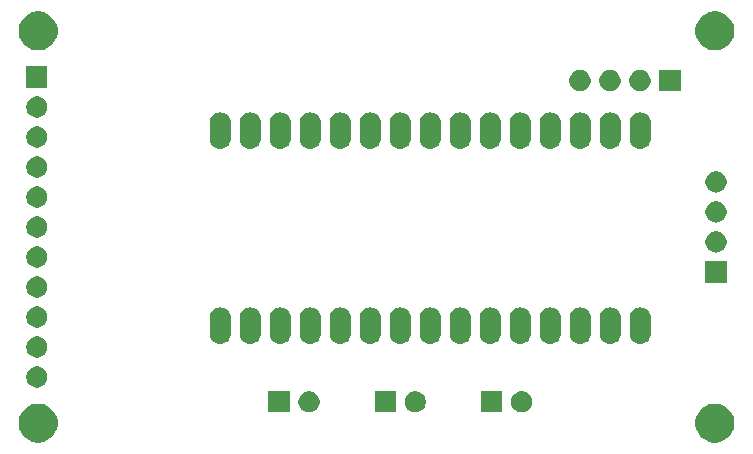
<source format=gbr>
G04 #@! TF.GenerationSoftware,KiCad,Pcbnew,(5.1.5-0-10_14)*
G04 #@! TF.CreationDate,2020-08-05T21:30:17+02:00*
G04 #@! TF.ProjectId,roxie-lcd,726f7869-652d-46c6-9364-2e6b69636164,rev?*
G04 #@! TF.SameCoordinates,Original*
G04 #@! TF.FileFunction,Soldermask,Top*
G04 #@! TF.FilePolarity,Negative*
%FSLAX46Y46*%
G04 Gerber Fmt 4.6, Leading zero omitted, Abs format (unit mm)*
G04 Created by KiCad (PCBNEW (5.1.5-0-10_14)) date 2020-08-05 21:30:17*
%MOMM*%
%LPD*%
G04 APERTURE LIST*
%ADD10C,0.100000*%
G04 APERTURE END LIST*
D10*
G36*
X90275256Y-64191298D02*
G01*
X90381579Y-64212447D01*
X90682042Y-64336903D01*
X90952451Y-64517585D01*
X91182415Y-64747549D01*
X91363097Y-65017958D01*
X91487553Y-65318421D01*
X91551000Y-65637391D01*
X91551000Y-65962609D01*
X91487553Y-66281579D01*
X91363097Y-66582042D01*
X91182415Y-66852451D01*
X90952451Y-67082415D01*
X90682042Y-67263097D01*
X90381579Y-67387553D01*
X90275256Y-67408702D01*
X90062611Y-67451000D01*
X89737389Y-67451000D01*
X89524744Y-67408702D01*
X89418421Y-67387553D01*
X89117958Y-67263097D01*
X88847549Y-67082415D01*
X88617585Y-66852451D01*
X88436903Y-66582042D01*
X88312447Y-66281579D01*
X88249000Y-65962609D01*
X88249000Y-65637391D01*
X88312447Y-65318421D01*
X88436903Y-65017958D01*
X88617585Y-64747549D01*
X88847549Y-64517585D01*
X89117958Y-64336903D01*
X89418421Y-64212447D01*
X89524744Y-64191298D01*
X89737389Y-64149000D01*
X90062611Y-64149000D01*
X90275256Y-64191298D01*
G37*
G36*
X32975256Y-64191298D02*
G01*
X33081579Y-64212447D01*
X33382042Y-64336903D01*
X33652451Y-64517585D01*
X33882415Y-64747549D01*
X34063097Y-65017958D01*
X34187553Y-65318421D01*
X34251000Y-65637391D01*
X34251000Y-65962609D01*
X34187553Y-66281579D01*
X34063097Y-66582042D01*
X33882415Y-66852451D01*
X33652451Y-67082415D01*
X33382042Y-67263097D01*
X33081579Y-67387553D01*
X32975256Y-67408702D01*
X32762611Y-67451000D01*
X32437389Y-67451000D01*
X32224744Y-67408702D01*
X32118421Y-67387553D01*
X31817958Y-67263097D01*
X31547549Y-67082415D01*
X31317585Y-66852451D01*
X31136903Y-66582042D01*
X31012447Y-66281579D01*
X30949000Y-65962609D01*
X30949000Y-65637391D01*
X31012447Y-65318421D01*
X31136903Y-65017958D01*
X31317585Y-64747549D01*
X31547549Y-64517585D01*
X31817958Y-64336903D01*
X32118421Y-64212447D01*
X32224744Y-64191298D01*
X32437389Y-64149000D01*
X32762611Y-64149000D01*
X32975256Y-64191298D01*
G37*
G36*
X64653512Y-63103927D02*
G01*
X64802812Y-63133624D01*
X64966784Y-63201544D01*
X65114354Y-63300147D01*
X65239853Y-63425646D01*
X65338456Y-63573216D01*
X65406376Y-63737188D01*
X65441000Y-63911259D01*
X65441000Y-64088741D01*
X65406376Y-64262812D01*
X65338456Y-64426784D01*
X65239853Y-64574354D01*
X65114354Y-64699853D01*
X64966784Y-64798456D01*
X64802812Y-64866376D01*
X64653512Y-64896073D01*
X64628742Y-64901000D01*
X64451258Y-64901000D01*
X64426488Y-64896073D01*
X64277188Y-64866376D01*
X64113216Y-64798456D01*
X63965646Y-64699853D01*
X63840147Y-64574354D01*
X63741544Y-64426784D01*
X63673624Y-64262812D01*
X63639000Y-64088741D01*
X63639000Y-63911259D01*
X63673624Y-63737188D01*
X63741544Y-63573216D01*
X63840147Y-63425646D01*
X63965646Y-63300147D01*
X64113216Y-63201544D01*
X64277188Y-63133624D01*
X64426488Y-63103927D01*
X64451258Y-63099000D01*
X64628742Y-63099000D01*
X64653512Y-63103927D01*
G37*
G36*
X62901000Y-64901000D02*
G01*
X61099000Y-64901000D01*
X61099000Y-63099000D01*
X62901000Y-63099000D01*
X62901000Y-64901000D01*
G37*
G36*
X55653512Y-63103927D02*
G01*
X55802812Y-63133624D01*
X55966784Y-63201544D01*
X56114354Y-63300147D01*
X56239853Y-63425646D01*
X56338456Y-63573216D01*
X56406376Y-63737188D01*
X56441000Y-63911259D01*
X56441000Y-64088741D01*
X56406376Y-64262812D01*
X56338456Y-64426784D01*
X56239853Y-64574354D01*
X56114354Y-64699853D01*
X55966784Y-64798456D01*
X55802812Y-64866376D01*
X55653512Y-64896073D01*
X55628742Y-64901000D01*
X55451258Y-64901000D01*
X55426488Y-64896073D01*
X55277188Y-64866376D01*
X55113216Y-64798456D01*
X54965646Y-64699853D01*
X54840147Y-64574354D01*
X54741544Y-64426784D01*
X54673624Y-64262812D01*
X54639000Y-64088741D01*
X54639000Y-63911259D01*
X54673624Y-63737188D01*
X54741544Y-63573216D01*
X54840147Y-63425646D01*
X54965646Y-63300147D01*
X55113216Y-63201544D01*
X55277188Y-63133624D01*
X55426488Y-63103927D01*
X55451258Y-63099000D01*
X55628742Y-63099000D01*
X55653512Y-63103927D01*
G37*
G36*
X53901000Y-64901000D02*
G01*
X52099000Y-64901000D01*
X52099000Y-63099000D01*
X53901000Y-63099000D01*
X53901000Y-64901000D01*
G37*
G36*
X71901000Y-64901000D02*
G01*
X70099000Y-64901000D01*
X70099000Y-63099000D01*
X71901000Y-63099000D01*
X71901000Y-64901000D01*
G37*
G36*
X73653512Y-63103927D02*
G01*
X73802812Y-63133624D01*
X73966784Y-63201544D01*
X74114354Y-63300147D01*
X74239853Y-63425646D01*
X74338456Y-63573216D01*
X74406376Y-63737188D01*
X74441000Y-63911259D01*
X74441000Y-64088741D01*
X74406376Y-64262812D01*
X74338456Y-64426784D01*
X74239853Y-64574354D01*
X74114354Y-64699853D01*
X73966784Y-64798456D01*
X73802812Y-64866376D01*
X73653512Y-64896073D01*
X73628742Y-64901000D01*
X73451258Y-64901000D01*
X73426488Y-64896073D01*
X73277188Y-64866376D01*
X73113216Y-64798456D01*
X72965646Y-64699853D01*
X72840147Y-64574354D01*
X72741544Y-64426784D01*
X72673624Y-64262812D01*
X72639000Y-64088741D01*
X72639000Y-63911259D01*
X72673624Y-63737188D01*
X72741544Y-63573216D01*
X72840147Y-63425646D01*
X72965646Y-63300147D01*
X73113216Y-63201544D01*
X73277188Y-63133624D01*
X73426488Y-63103927D01*
X73451258Y-63099000D01*
X73628742Y-63099000D01*
X73653512Y-63103927D01*
G37*
G36*
X32613512Y-61003927D02*
G01*
X32762812Y-61033624D01*
X32926784Y-61101544D01*
X33074354Y-61200147D01*
X33199853Y-61325646D01*
X33298456Y-61473216D01*
X33366376Y-61637188D01*
X33401000Y-61811259D01*
X33401000Y-61988741D01*
X33366376Y-62162812D01*
X33298456Y-62326784D01*
X33199853Y-62474354D01*
X33074354Y-62599853D01*
X32926784Y-62698456D01*
X32762812Y-62766376D01*
X32613512Y-62796073D01*
X32588742Y-62801000D01*
X32411258Y-62801000D01*
X32386488Y-62796073D01*
X32237188Y-62766376D01*
X32073216Y-62698456D01*
X31925646Y-62599853D01*
X31800147Y-62474354D01*
X31701544Y-62326784D01*
X31633624Y-62162812D01*
X31599000Y-61988741D01*
X31599000Y-61811259D01*
X31633624Y-61637188D01*
X31701544Y-61473216D01*
X31800147Y-61325646D01*
X31925646Y-61200147D01*
X32073216Y-61101544D01*
X32237188Y-61033624D01*
X32386488Y-61003927D01*
X32411258Y-60999000D01*
X32588742Y-60999000D01*
X32613512Y-61003927D01*
G37*
G36*
X32613512Y-58463927D02*
G01*
X32762812Y-58493624D01*
X32926784Y-58561544D01*
X33074354Y-58660147D01*
X33199853Y-58785646D01*
X33298456Y-58933216D01*
X33366376Y-59097188D01*
X33401000Y-59271259D01*
X33401000Y-59448741D01*
X33366376Y-59622812D01*
X33298456Y-59786784D01*
X33199853Y-59934354D01*
X33074354Y-60059853D01*
X32926784Y-60158456D01*
X32762812Y-60226376D01*
X32613512Y-60256073D01*
X32588742Y-60261000D01*
X32411258Y-60261000D01*
X32386488Y-60256073D01*
X32237188Y-60226376D01*
X32073216Y-60158456D01*
X31925646Y-60059853D01*
X31800147Y-59934354D01*
X31701544Y-59786784D01*
X31633624Y-59622812D01*
X31599000Y-59448741D01*
X31599000Y-59271259D01*
X31633624Y-59097188D01*
X31701544Y-58933216D01*
X31800147Y-58785646D01*
X31925646Y-58660147D01*
X32073216Y-58561544D01*
X32237188Y-58493624D01*
X32386488Y-58463927D01*
X32411258Y-58459000D01*
X32588742Y-58459000D01*
X32613512Y-58463927D01*
G37*
G36*
X73596626Y-56017037D02*
G01*
X73766465Y-56068557D01*
X73766467Y-56068558D01*
X73922989Y-56152221D01*
X74060186Y-56264814D01*
X74143448Y-56366271D01*
X74172778Y-56402009D01*
X74256443Y-56558534D01*
X74307963Y-56728373D01*
X74321000Y-56860742D01*
X74321000Y-58249258D01*
X74307963Y-58381627D01*
X74256443Y-58551466D01*
X74172778Y-58707991D01*
X74143448Y-58743729D01*
X74060186Y-58845186D01*
X73958729Y-58928448D01*
X73922991Y-58957778D01*
X73766466Y-59041443D01*
X73596627Y-59092963D01*
X73420000Y-59110359D01*
X73243374Y-59092963D01*
X73073535Y-59041443D01*
X72917010Y-58957778D01*
X72881272Y-58928448D01*
X72779815Y-58845186D01*
X72696553Y-58743729D01*
X72667223Y-58707991D01*
X72583558Y-58551466D01*
X72532038Y-58381627D01*
X72519001Y-58249258D01*
X72519000Y-56860743D01*
X72532037Y-56728374D01*
X72583557Y-56558535D01*
X72667222Y-56402010D01*
X72674439Y-56393216D01*
X72779814Y-56264814D01*
X72881271Y-56181552D01*
X72917009Y-56152222D01*
X73073534Y-56068557D01*
X73243373Y-56017037D01*
X73420000Y-55999641D01*
X73596626Y-56017037D01*
G37*
G36*
X76136626Y-56017037D02*
G01*
X76306465Y-56068557D01*
X76306467Y-56068558D01*
X76462989Y-56152221D01*
X76600186Y-56264814D01*
X76683448Y-56366271D01*
X76712778Y-56402009D01*
X76796443Y-56558534D01*
X76847963Y-56728373D01*
X76861000Y-56860742D01*
X76861000Y-58249258D01*
X76847963Y-58381627D01*
X76796443Y-58551466D01*
X76712778Y-58707991D01*
X76683448Y-58743729D01*
X76600186Y-58845186D01*
X76498729Y-58928448D01*
X76462991Y-58957778D01*
X76306466Y-59041443D01*
X76136627Y-59092963D01*
X75960000Y-59110359D01*
X75783374Y-59092963D01*
X75613535Y-59041443D01*
X75457010Y-58957778D01*
X75421272Y-58928448D01*
X75319815Y-58845186D01*
X75236553Y-58743729D01*
X75207223Y-58707991D01*
X75123558Y-58551466D01*
X75072038Y-58381627D01*
X75059001Y-58249258D01*
X75059000Y-56860743D01*
X75072037Y-56728374D01*
X75123557Y-56558535D01*
X75207222Y-56402010D01*
X75214439Y-56393216D01*
X75319814Y-56264814D01*
X75421271Y-56181552D01*
X75457009Y-56152222D01*
X75613534Y-56068557D01*
X75783373Y-56017037D01*
X75960000Y-55999641D01*
X76136626Y-56017037D01*
G37*
G36*
X78676626Y-56017037D02*
G01*
X78846465Y-56068557D01*
X78846467Y-56068558D01*
X79002989Y-56152221D01*
X79140186Y-56264814D01*
X79223448Y-56366271D01*
X79252778Y-56402009D01*
X79336443Y-56558534D01*
X79387963Y-56728373D01*
X79401000Y-56860742D01*
X79401000Y-58249258D01*
X79387963Y-58381627D01*
X79336443Y-58551466D01*
X79252778Y-58707991D01*
X79223448Y-58743729D01*
X79140186Y-58845186D01*
X79038729Y-58928448D01*
X79002991Y-58957778D01*
X78846466Y-59041443D01*
X78676627Y-59092963D01*
X78500000Y-59110359D01*
X78323374Y-59092963D01*
X78153535Y-59041443D01*
X77997010Y-58957778D01*
X77961272Y-58928448D01*
X77859815Y-58845186D01*
X77776553Y-58743729D01*
X77747223Y-58707991D01*
X77663558Y-58551466D01*
X77612038Y-58381627D01*
X77599001Y-58249258D01*
X77599000Y-56860743D01*
X77612037Y-56728374D01*
X77663557Y-56558535D01*
X77747222Y-56402010D01*
X77754439Y-56393216D01*
X77859814Y-56264814D01*
X77961271Y-56181552D01*
X77997009Y-56152222D01*
X78153534Y-56068557D01*
X78323373Y-56017037D01*
X78500000Y-55999641D01*
X78676626Y-56017037D01*
G37*
G36*
X81216626Y-56017037D02*
G01*
X81386465Y-56068557D01*
X81386467Y-56068558D01*
X81542989Y-56152221D01*
X81680186Y-56264814D01*
X81763448Y-56366271D01*
X81792778Y-56402009D01*
X81876443Y-56558534D01*
X81927963Y-56728373D01*
X81941000Y-56860742D01*
X81941000Y-58249258D01*
X81927963Y-58381627D01*
X81876443Y-58551466D01*
X81792778Y-58707991D01*
X81763448Y-58743729D01*
X81680186Y-58845186D01*
X81578729Y-58928448D01*
X81542991Y-58957778D01*
X81386466Y-59041443D01*
X81216627Y-59092963D01*
X81040000Y-59110359D01*
X80863374Y-59092963D01*
X80693535Y-59041443D01*
X80537010Y-58957778D01*
X80501272Y-58928448D01*
X80399815Y-58845186D01*
X80316553Y-58743729D01*
X80287223Y-58707991D01*
X80203558Y-58551466D01*
X80152038Y-58381627D01*
X80139001Y-58249258D01*
X80139000Y-56860743D01*
X80152037Y-56728374D01*
X80203557Y-56558535D01*
X80287222Y-56402010D01*
X80294439Y-56393216D01*
X80399814Y-56264814D01*
X80501271Y-56181552D01*
X80537009Y-56152222D01*
X80693534Y-56068557D01*
X80863373Y-56017037D01*
X81040000Y-55999641D01*
X81216626Y-56017037D01*
G37*
G36*
X83756626Y-56017037D02*
G01*
X83926465Y-56068557D01*
X83926467Y-56068558D01*
X84082989Y-56152221D01*
X84220186Y-56264814D01*
X84303448Y-56366271D01*
X84332778Y-56402009D01*
X84416443Y-56558534D01*
X84467963Y-56728373D01*
X84481000Y-56860742D01*
X84481000Y-58249258D01*
X84467963Y-58381627D01*
X84416443Y-58551466D01*
X84332778Y-58707991D01*
X84303448Y-58743729D01*
X84220186Y-58845186D01*
X84118729Y-58928448D01*
X84082991Y-58957778D01*
X83926466Y-59041443D01*
X83756627Y-59092963D01*
X83580000Y-59110359D01*
X83403374Y-59092963D01*
X83233535Y-59041443D01*
X83077010Y-58957778D01*
X83041272Y-58928448D01*
X82939815Y-58845186D01*
X82856553Y-58743729D01*
X82827223Y-58707991D01*
X82743558Y-58551466D01*
X82692038Y-58381627D01*
X82679001Y-58249258D01*
X82679000Y-56860743D01*
X82692037Y-56728374D01*
X82743557Y-56558535D01*
X82827222Y-56402010D01*
X82834439Y-56393216D01*
X82939814Y-56264814D01*
X83041271Y-56181552D01*
X83077009Y-56152222D01*
X83233534Y-56068557D01*
X83403373Y-56017037D01*
X83580000Y-55999641D01*
X83756626Y-56017037D01*
G37*
G36*
X53276626Y-56017037D02*
G01*
X53446465Y-56068557D01*
X53446467Y-56068558D01*
X53602989Y-56152221D01*
X53740186Y-56264814D01*
X53823448Y-56366271D01*
X53852778Y-56402009D01*
X53936443Y-56558534D01*
X53987963Y-56728373D01*
X54001000Y-56860742D01*
X54001000Y-58249258D01*
X53987963Y-58381627D01*
X53936443Y-58551466D01*
X53852778Y-58707991D01*
X53823448Y-58743729D01*
X53740186Y-58845186D01*
X53638729Y-58928448D01*
X53602991Y-58957778D01*
X53446466Y-59041443D01*
X53276627Y-59092963D01*
X53100000Y-59110359D01*
X52923374Y-59092963D01*
X52753535Y-59041443D01*
X52597010Y-58957778D01*
X52561272Y-58928448D01*
X52459815Y-58845186D01*
X52376553Y-58743729D01*
X52347223Y-58707991D01*
X52263558Y-58551466D01*
X52212038Y-58381627D01*
X52199001Y-58249258D01*
X52199000Y-56860743D01*
X52212037Y-56728374D01*
X52263557Y-56558535D01*
X52347222Y-56402010D01*
X52354439Y-56393216D01*
X52459814Y-56264814D01*
X52561271Y-56181552D01*
X52597009Y-56152222D01*
X52753534Y-56068557D01*
X52923373Y-56017037D01*
X53100000Y-55999641D01*
X53276626Y-56017037D01*
G37*
G36*
X58356626Y-56017037D02*
G01*
X58526465Y-56068557D01*
X58526467Y-56068558D01*
X58682989Y-56152221D01*
X58820186Y-56264814D01*
X58903448Y-56366271D01*
X58932778Y-56402009D01*
X59016443Y-56558534D01*
X59067963Y-56728373D01*
X59081000Y-56860742D01*
X59081000Y-58249258D01*
X59067963Y-58381627D01*
X59016443Y-58551466D01*
X58932778Y-58707991D01*
X58903448Y-58743729D01*
X58820186Y-58845186D01*
X58718729Y-58928448D01*
X58682991Y-58957778D01*
X58526466Y-59041443D01*
X58356627Y-59092963D01*
X58180000Y-59110359D01*
X58003374Y-59092963D01*
X57833535Y-59041443D01*
X57677010Y-58957778D01*
X57641272Y-58928448D01*
X57539815Y-58845186D01*
X57456553Y-58743729D01*
X57427223Y-58707991D01*
X57343558Y-58551466D01*
X57292038Y-58381627D01*
X57279001Y-58249258D01*
X57279000Y-56860743D01*
X57292037Y-56728374D01*
X57343557Y-56558535D01*
X57427222Y-56402010D01*
X57434439Y-56393216D01*
X57539814Y-56264814D01*
X57641271Y-56181552D01*
X57677009Y-56152222D01*
X57833534Y-56068557D01*
X58003373Y-56017037D01*
X58180000Y-55999641D01*
X58356626Y-56017037D01*
G37*
G36*
X48196626Y-56017037D02*
G01*
X48366465Y-56068557D01*
X48366467Y-56068558D01*
X48522989Y-56152221D01*
X48660186Y-56264814D01*
X48743448Y-56366271D01*
X48772778Y-56402009D01*
X48856443Y-56558534D01*
X48907963Y-56728373D01*
X48921000Y-56860742D01*
X48921000Y-58249258D01*
X48907963Y-58381627D01*
X48856443Y-58551466D01*
X48772778Y-58707991D01*
X48743448Y-58743729D01*
X48660186Y-58845186D01*
X48558729Y-58928448D01*
X48522991Y-58957778D01*
X48366466Y-59041443D01*
X48196627Y-59092963D01*
X48020000Y-59110359D01*
X47843374Y-59092963D01*
X47673535Y-59041443D01*
X47517010Y-58957778D01*
X47481272Y-58928448D01*
X47379815Y-58845186D01*
X47296553Y-58743729D01*
X47267223Y-58707991D01*
X47183558Y-58551466D01*
X47132038Y-58381627D01*
X47119001Y-58249258D01*
X47119000Y-56860743D01*
X47132037Y-56728374D01*
X47183557Y-56558535D01*
X47267222Y-56402010D01*
X47274439Y-56393216D01*
X47379814Y-56264814D01*
X47481271Y-56181552D01*
X47517009Y-56152222D01*
X47673534Y-56068557D01*
X47843373Y-56017037D01*
X48020000Y-55999641D01*
X48196626Y-56017037D01*
G37*
G36*
X55816626Y-56017037D02*
G01*
X55986465Y-56068557D01*
X55986467Y-56068558D01*
X56142989Y-56152221D01*
X56280186Y-56264814D01*
X56363448Y-56366271D01*
X56392778Y-56402009D01*
X56476443Y-56558534D01*
X56527963Y-56728373D01*
X56541000Y-56860742D01*
X56541000Y-58249258D01*
X56527963Y-58381627D01*
X56476443Y-58551466D01*
X56392778Y-58707991D01*
X56363448Y-58743729D01*
X56280186Y-58845186D01*
X56178729Y-58928448D01*
X56142991Y-58957778D01*
X55986466Y-59041443D01*
X55816627Y-59092963D01*
X55640000Y-59110359D01*
X55463374Y-59092963D01*
X55293535Y-59041443D01*
X55137010Y-58957778D01*
X55101272Y-58928448D01*
X54999815Y-58845186D01*
X54916553Y-58743729D01*
X54887223Y-58707991D01*
X54803558Y-58551466D01*
X54752038Y-58381627D01*
X54739001Y-58249258D01*
X54739000Y-56860743D01*
X54752037Y-56728374D01*
X54803557Y-56558535D01*
X54887222Y-56402010D01*
X54894439Y-56393216D01*
X54999814Y-56264814D01*
X55101271Y-56181552D01*
X55137009Y-56152222D01*
X55293534Y-56068557D01*
X55463373Y-56017037D01*
X55640000Y-55999641D01*
X55816626Y-56017037D01*
G37*
G36*
X71056626Y-56017037D02*
G01*
X71226465Y-56068557D01*
X71226467Y-56068558D01*
X71382989Y-56152221D01*
X71520186Y-56264814D01*
X71603448Y-56366271D01*
X71632778Y-56402009D01*
X71716443Y-56558534D01*
X71767963Y-56728373D01*
X71781000Y-56860742D01*
X71781000Y-58249258D01*
X71767963Y-58381627D01*
X71716443Y-58551466D01*
X71632778Y-58707991D01*
X71603448Y-58743729D01*
X71520186Y-58845186D01*
X71418729Y-58928448D01*
X71382991Y-58957778D01*
X71226466Y-59041443D01*
X71056627Y-59092963D01*
X70880000Y-59110359D01*
X70703374Y-59092963D01*
X70533535Y-59041443D01*
X70377010Y-58957778D01*
X70341272Y-58928448D01*
X70239815Y-58845186D01*
X70156553Y-58743729D01*
X70127223Y-58707991D01*
X70043558Y-58551466D01*
X69992038Y-58381627D01*
X69979001Y-58249258D01*
X69979000Y-56860743D01*
X69992037Y-56728374D01*
X70043557Y-56558535D01*
X70127222Y-56402010D01*
X70134439Y-56393216D01*
X70239814Y-56264814D01*
X70341271Y-56181552D01*
X70377009Y-56152222D01*
X70533534Y-56068557D01*
X70703373Y-56017037D01*
X70880000Y-55999641D01*
X71056626Y-56017037D01*
G37*
G36*
X68516626Y-56017037D02*
G01*
X68686465Y-56068557D01*
X68686467Y-56068558D01*
X68842989Y-56152221D01*
X68980186Y-56264814D01*
X69063448Y-56366271D01*
X69092778Y-56402009D01*
X69176443Y-56558534D01*
X69227963Y-56728373D01*
X69241000Y-56860742D01*
X69241000Y-58249258D01*
X69227963Y-58381627D01*
X69176443Y-58551466D01*
X69092778Y-58707991D01*
X69063448Y-58743729D01*
X68980186Y-58845186D01*
X68878729Y-58928448D01*
X68842991Y-58957778D01*
X68686466Y-59041443D01*
X68516627Y-59092963D01*
X68340000Y-59110359D01*
X68163374Y-59092963D01*
X67993535Y-59041443D01*
X67837010Y-58957778D01*
X67801272Y-58928448D01*
X67699815Y-58845186D01*
X67616553Y-58743729D01*
X67587223Y-58707991D01*
X67503558Y-58551466D01*
X67452038Y-58381627D01*
X67439001Y-58249258D01*
X67439000Y-56860743D01*
X67452037Y-56728374D01*
X67503557Y-56558535D01*
X67587222Y-56402010D01*
X67594439Y-56393216D01*
X67699814Y-56264814D01*
X67801271Y-56181552D01*
X67837009Y-56152222D01*
X67993534Y-56068557D01*
X68163373Y-56017037D01*
X68340000Y-55999641D01*
X68516626Y-56017037D01*
G37*
G36*
X63436626Y-56017037D02*
G01*
X63606465Y-56068557D01*
X63606467Y-56068558D01*
X63762989Y-56152221D01*
X63900186Y-56264814D01*
X63983448Y-56366271D01*
X64012778Y-56402009D01*
X64096443Y-56558534D01*
X64147963Y-56728373D01*
X64161000Y-56860742D01*
X64161000Y-58249258D01*
X64147963Y-58381627D01*
X64096443Y-58551466D01*
X64012778Y-58707991D01*
X63983448Y-58743729D01*
X63900186Y-58845186D01*
X63798729Y-58928448D01*
X63762991Y-58957778D01*
X63606466Y-59041443D01*
X63436627Y-59092963D01*
X63260000Y-59110359D01*
X63083374Y-59092963D01*
X62913535Y-59041443D01*
X62757010Y-58957778D01*
X62721272Y-58928448D01*
X62619815Y-58845186D01*
X62536553Y-58743729D01*
X62507223Y-58707991D01*
X62423558Y-58551466D01*
X62372038Y-58381627D01*
X62359001Y-58249258D01*
X62359000Y-56860743D01*
X62372037Y-56728374D01*
X62423557Y-56558535D01*
X62507222Y-56402010D01*
X62514439Y-56393216D01*
X62619814Y-56264814D01*
X62721271Y-56181552D01*
X62757009Y-56152222D01*
X62913534Y-56068557D01*
X63083373Y-56017037D01*
X63260000Y-55999641D01*
X63436626Y-56017037D01*
G37*
G36*
X60896626Y-56017037D02*
G01*
X61066465Y-56068557D01*
X61066467Y-56068558D01*
X61222989Y-56152221D01*
X61360186Y-56264814D01*
X61443448Y-56366271D01*
X61472778Y-56402009D01*
X61556443Y-56558534D01*
X61607963Y-56728373D01*
X61621000Y-56860742D01*
X61621000Y-58249258D01*
X61607963Y-58381627D01*
X61556443Y-58551466D01*
X61472778Y-58707991D01*
X61443448Y-58743729D01*
X61360186Y-58845186D01*
X61258729Y-58928448D01*
X61222991Y-58957778D01*
X61066466Y-59041443D01*
X60896627Y-59092963D01*
X60720000Y-59110359D01*
X60543374Y-59092963D01*
X60373535Y-59041443D01*
X60217010Y-58957778D01*
X60181272Y-58928448D01*
X60079815Y-58845186D01*
X59996553Y-58743729D01*
X59967223Y-58707991D01*
X59883558Y-58551466D01*
X59832038Y-58381627D01*
X59819001Y-58249258D01*
X59819000Y-56860743D01*
X59832037Y-56728374D01*
X59883557Y-56558535D01*
X59967222Y-56402010D01*
X59974439Y-56393216D01*
X60079814Y-56264814D01*
X60181271Y-56181552D01*
X60217009Y-56152222D01*
X60373534Y-56068557D01*
X60543373Y-56017037D01*
X60720000Y-55999641D01*
X60896626Y-56017037D01*
G37*
G36*
X65976626Y-56017037D02*
G01*
X66146465Y-56068557D01*
X66146467Y-56068558D01*
X66302989Y-56152221D01*
X66440186Y-56264814D01*
X66523448Y-56366271D01*
X66552778Y-56402009D01*
X66636443Y-56558534D01*
X66687963Y-56728373D01*
X66701000Y-56860742D01*
X66701000Y-58249258D01*
X66687963Y-58381627D01*
X66636443Y-58551466D01*
X66552778Y-58707991D01*
X66523448Y-58743729D01*
X66440186Y-58845186D01*
X66338729Y-58928448D01*
X66302991Y-58957778D01*
X66146466Y-59041443D01*
X65976627Y-59092963D01*
X65800000Y-59110359D01*
X65623374Y-59092963D01*
X65453535Y-59041443D01*
X65297010Y-58957778D01*
X65261272Y-58928448D01*
X65159815Y-58845186D01*
X65076553Y-58743729D01*
X65047223Y-58707991D01*
X64963558Y-58551466D01*
X64912038Y-58381627D01*
X64899001Y-58249258D01*
X64899000Y-56860743D01*
X64912037Y-56728374D01*
X64963557Y-56558535D01*
X65047222Y-56402010D01*
X65054439Y-56393216D01*
X65159814Y-56264814D01*
X65261271Y-56181552D01*
X65297009Y-56152222D01*
X65453534Y-56068557D01*
X65623373Y-56017037D01*
X65800000Y-55999641D01*
X65976626Y-56017037D01*
G37*
G36*
X50736626Y-56017037D02*
G01*
X50906465Y-56068557D01*
X50906467Y-56068558D01*
X51062989Y-56152221D01*
X51200186Y-56264814D01*
X51283448Y-56366271D01*
X51312778Y-56402009D01*
X51396443Y-56558534D01*
X51447963Y-56728373D01*
X51461000Y-56860742D01*
X51461000Y-58249258D01*
X51447963Y-58381627D01*
X51396443Y-58551466D01*
X51312778Y-58707991D01*
X51283448Y-58743729D01*
X51200186Y-58845186D01*
X51098729Y-58928448D01*
X51062991Y-58957778D01*
X50906466Y-59041443D01*
X50736627Y-59092963D01*
X50560000Y-59110359D01*
X50383374Y-59092963D01*
X50213535Y-59041443D01*
X50057010Y-58957778D01*
X50021272Y-58928448D01*
X49919815Y-58845186D01*
X49836553Y-58743729D01*
X49807223Y-58707991D01*
X49723558Y-58551466D01*
X49672038Y-58381627D01*
X49659001Y-58249258D01*
X49659000Y-56860743D01*
X49672037Y-56728374D01*
X49723557Y-56558535D01*
X49807222Y-56402010D01*
X49814439Y-56393216D01*
X49919814Y-56264814D01*
X50021271Y-56181552D01*
X50057009Y-56152222D01*
X50213534Y-56068557D01*
X50383373Y-56017037D01*
X50560000Y-55999641D01*
X50736626Y-56017037D01*
G37*
G36*
X32613512Y-55923927D02*
G01*
X32762812Y-55953624D01*
X32926784Y-56021544D01*
X33074354Y-56120147D01*
X33199853Y-56245646D01*
X33298456Y-56393216D01*
X33366376Y-56557188D01*
X33396073Y-56706488D01*
X33400427Y-56728375D01*
X33401000Y-56731259D01*
X33401000Y-56908741D01*
X33366376Y-57082812D01*
X33298456Y-57246784D01*
X33199853Y-57394354D01*
X33074354Y-57519853D01*
X32926784Y-57618456D01*
X32762812Y-57686376D01*
X32613512Y-57716073D01*
X32588742Y-57721000D01*
X32411258Y-57721000D01*
X32386488Y-57716073D01*
X32237188Y-57686376D01*
X32073216Y-57618456D01*
X31925646Y-57519853D01*
X31800147Y-57394354D01*
X31701544Y-57246784D01*
X31633624Y-57082812D01*
X31599000Y-56908741D01*
X31599000Y-56731259D01*
X31599574Y-56728375D01*
X31603927Y-56706488D01*
X31633624Y-56557188D01*
X31701544Y-56393216D01*
X31800147Y-56245646D01*
X31925646Y-56120147D01*
X32073216Y-56021544D01*
X32237188Y-55953624D01*
X32386488Y-55923927D01*
X32411258Y-55919000D01*
X32588742Y-55919000D01*
X32613512Y-55923927D01*
G37*
G36*
X32613512Y-53383927D02*
G01*
X32762812Y-53413624D01*
X32926784Y-53481544D01*
X33074354Y-53580147D01*
X33199853Y-53705646D01*
X33298456Y-53853216D01*
X33366376Y-54017188D01*
X33401000Y-54191259D01*
X33401000Y-54368741D01*
X33366376Y-54542812D01*
X33298456Y-54706784D01*
X33199853Y-54854354D01*
X33074354Y-54979853D01*
X32926784Y-55078456D01*
X32762812Y-55146376D01*
X32613512Y-55176073D01*
X32588742Y-55181000D01*
X32411258Y-55181000D01*
X32386488Y-55176073D01*
X32237188Y-55146376D01*
X32073216Y-55078456D01*
X31925646Y-54979853D01*
X31800147Y-54854354D01*
X31701544Y-54706784D01*
X31633624Y-54542812D01*
X31599000Y-54368741D01*
X31599000Y-54191259D01*
X31633624Y-54017188D01*
X31701544Y-53853216D01*
X31800147Y-53705646D01*
X31925646Y-53580147D01*
X32073216Y-53481544D01*
X32237188Y-53413624D01*
X32386488Y-53383927D01*
X32411258Y-53379000D01*
X32588742Y-53379000D01*
X32613512Y-53383927D01*
G37*
G36*
X90901000Y-53901000D02*
G01*
X89099000Y-53901000D01*
X89099000Y-52099000D01*
X90901000Y-52099000D01*
X90901000Y-53901000D01*
G37*
G36*
X32613512Y-50843927D02*
G01*
X32762812Y-50873624D01*
X32926784Y-50941544D01*
X33074354Y-51040147D01*
X33199853Y-51165646D01*
X33298456Y-51313216D01*
X33366376Y-51477188D01*
X33401000Y-51651259D01*
X33401000Y-51828741D01*
X33366376Y-52002812D01*
X33298456Y-52166784D01*
X33199853Y-52314354D01*
X33074354Y-52439853D01*
X32926784Y-52538456D01*
X32762812Y-52606376D01*
X32613512Y-52636073D01*
X32588742Y-52641000D01*
X32411258Y-52641000D01*
X32386488Y-52636073D01*
X32237188Y-52606376D01*
X32073216Y-52538456D01*
X31925646Y-52439853D01*
X31800147Y-52314354D01*
X31701544Y-52166784D01*
X31633624Y-52002812D01*
X31599000Y-51828741D01*
X31599000Y-51651259D01*
X31633624Y-51477188D01*
X31701544Y-51313216D01*
X31800147Y-51165646D01*
X31925646Y-51040147D01*
X32073216Y-50941544D01*
X32237188Y-50873624D01*
X32386488Y-50843927D01*
X32411258Y-50839000D01*
X32588742Y-50839000D01*
X32613512Y-50843927D01*
G37*
G36*
X90113512Y-49563927D02*
G01*
X90262812Y-49593624D01*
X90426784Y-49661544D01*
X90574354Y-49760147D01*
X90699853Y-49885646D01*
X90798456Y-50033216D01*
X90866376Y-50197188D01*
X90901000Y-50371259D01*
X90901000Y-50548741D01*
X90866376Y-50722812D01*
X90798456Y-50886784D01*
X90699853Y-51034354D01*
X90574354Y-51159853D01*
X90426784Y-51258456D01*
X90262812Y-51326376D01*
X90113512Y-51356073D01*
X90088742Y-51361000D01*
X89911258Y-51361000D01*
X89886488Y-51356073D01*
X89737188Y-51326376D01*
X89573216Y-51258456D01*
X89425646Y-51159853D01*
X89300147Y-51034354D01*
X89201544Y-50886784D01*
X89133624Y-50722812D01*
X89099000Y-50548741D01*
X89099000Y-50371259D01*
X89133624Y-50197188D01*
X89201544Y-50033216D01*
X89300147Y-49885646D01*
X89425646Y-49760147D01*
X89573216Y-49661544D01*
X89737188Y-49593624D01*
X89886488Y-49563927D01*
X89911258Y-49559000D01*
X90088742Y-49559000D01*
X90113512Y-49563927D01*
G37*
G36*
X32613512Y-48303927D02*
G01*
X32762812Y-48333624D01*
X32926784Y-48401544D01*
X33074354Y-48500147D01*
X33199853Y-48625646D01*
X33298456Y-48773216D01*
X33366376Y-48937188D01*
X33401000Y-49111259D01*
X33401000Y-49288741D01*
X33366376Y-49462812D01*
X33298456Y-49626784D01*
X33199853Y-49774354D01*
X33074354Y-49899853D01*
X32926784Y-49998456D01*
X32762812Y-50066376D01*
X32613512Y-50096073D01*
X32588742Y-50101000D01*
X32411258Y-50101000D01*
X32386488Y-50096073D01*
X32237188Y-50066376D01*
X32073216Y-49998456D01*
X31925646Y-49899853D01*
X31800147Y-49774354D01*
X31701544Y-49626784D01*
X31633624Y-49462812D01*
X31599000Y-49288741D01*
X31599000Y-49111259D01*
X31633624Y-48937188D01*
X31701544Y-48773216D01*
X31800147Y-48625646D01*
X31925646Y-48500147D01*
X32073216Y-48401544D01*
X32237188Y-48333624D01*
X32386488Y-48303927D01*
X32411258Y-48299000D01*
X32588742Y-48299000D01*
X32613512Y-48303927D01*
G37*
G36*
X90113512Y-47023927D02*
G01*
X90262812Y-47053624D01*
X90426784Y-47121544D01*
X90574354Y-47220147D01*
X90699853Y-47345646D01*
X90798456Y-47493216D01*
X90866376Y-47657188D01*
X90901000Y-47831259D01*
X90901000Y-48008741D01*
X90866376Y-48182812D01*
X90798456Y-48346784D01*
X90699853Y-48494354D01*
X90574354Y-48619853D01*
X90426784Y-48718456D01*
X90262812Y-48786376D01*
X90113512Y-48816073D01*
X90088742Y-48821000D01*
X89911258Y-48821000D01*
X89886488Y-48816073D01*
X89737188Y-48786376D01*
X89573216Y-48718456D01*
X89425646Y-48619853D01*
X89300147Y-48494354D01*
X89201544Y-48346784D01*
X89133624Y-48182812D01*
X89099000Y-48008741D01*
X89099000Y-47831259D01*
X89133624Y-47657188D01*
X89201544Y-47493216D01*
X89300147Y-47345646D01*
X89425646Y-47220147D01*
X89573216Y-47121544D01*
X89737188Y-47053624D01*
X89886488Y-47023927D01*
X89911258Y-47019000D01*
X90088742Y-47019000D01*
X90113512Y-47023927D01*
G37*
G36*
X32613512Y-45763927D02*
G01*
X32762812Y-45793624D01*
X32926784Y-45861544D01*
X33074354Y-45960147D01*
X33199853Y-46085646D01*
X33298456Y-46233216D01*
X33366376Y-46397188D01*
X33401000Y-46571259D01*
X33401000Y-46748741D01*
X33366376Y-46922812D01*
X33298456Y-47086784D01*
X33199853Y-47234354D01*
X33074354Y-47359853D01*
X32926784Y-47458456D01*
X32762812Y-47526376D01*
X32613512Y-47556073D01*
X32588742Y-47561000D01*
X32411258Y-47561000D01*
X32386488Y-47556073D01*
X32237188Y-47526376D01*
X32073216Y-47458456D01*
X31925646Y-47359853D01*
X31800147Y-47234354D01*
X31701544Y-47086784D01*
X31633624Y-46922812D01*
X31599000Y-46748741D01*
X31599000Y-46571259D01*
X31633624Y-46397188D01*
X31701544Y-46233216D01*
X31800147Y-46085646D01*
X31925646Y-45960147D01*
X32073216Y-45861544D01*
X32237188Y-45793624D01*
X32386488Y-45763927D01*
X32411258Y-45759000D01*
X32588742Y-45759000D01*
X32613512Y-45763927D01*
G37*
G36*
X90113512Y-44483927D02*
G01*
X90262812Y-44513624D01*
X90426784Y-44581544D01*
X90574354Y-44680147D01*
X90699853Y-44805646D01*
X90798456Y-44953216D01*
X90866376Y-45117188D01*
X90901000Y-45291259D01*
X90901000Y-45468741D01*
X90866376Y-45642812D01*
X90798456Y-45806784D01*
X90699853Y-45954354D01*
X90574354Y-46079853D01*
X90426784Y-46178456D01*
X90262812Y-46246376D01*
X90113512Y-46276073D01*
X90088742Y-46281000D01*
X89911258Y-46281000D01*
X89886488Y-46276073D01*
X89737188Y-46246376D01*
X89573216Y-46178456D01*
X89425646Y-46079853D01*
X89300147Y-45954354D01*
X89201544Y-45806784D01*
X89133624Y-45642812D01*
X89099000Y-45468741D01*
X89099000Y-45291259D01*
X89133624Y-45117188D01*
X89201544Y-44953216D01*
X89300147Y-44805646D01*
X89425646Y-44680147D01*
X89573216Y-44581544D01*
X89737188Y-44513624D01*
X89886488Y-44483927D01*
X89911258Y-44479000D01*
X90088742Y-44479000D01*
X90113512Y-44483927D01*
G37*
G36*
X32613512Y-43223927D02*
G01*
X32762812Y-43253624D01*
X32926784Y-43321544D01*
X33074354Y-43420147D01*
X33199853Y-43545646D01*
X33298456Y-43693216D01*
X33366376Y-43857188D01*
X33401000Y-44031259D01*
X33401000Y-44208741D01*
X33366376Y-44382812D01*
X33298456Y-44546784D01*
X33199853Y-44694354D01*
X33074354Y-44819853D01*
X32926784Y-44918456D01*
X32762812Y-44986376D01*
X32613512Y-45016073D01*
X32588742Y-45021000D01*
X32411258Y-45021000D01*
X32386488Y-45016073D01*
X32237188Y-44986376D01*
X32073216Y-44918456D01*
X31925646Y-44819853D01*
X31800147Y-44694354D01*
X31701544Y-44546784D01*
X31633624Y-44382812D01*
X31599000Y-44208741D01*
X31599000Y-44031259D01*
X31633624Y-43857188D01*
X31701544Y-43693216D01*
X31800147Y-43545646D01*
X31925646Y-43420147D01*
X32073216Y-43321544D01*
X32237188Y-43253624D01*
X32386488Y-43223927D01*
X32411258Y-43219000D01*
X32588742Y-43219000D01*
X32613512Y-43223927D01*
G37*
G36*
X71056627Y-39507037D02*
G01*
X71226466Y-39558557D01*
X71382991Y-39642222D01*
X71418729Y-39671552D01*
X71520186Y-39754814D01*
X71588828Y-39838456D01*
X71632778Y-39892009D01*
X71716443Y-40048534D01*
X71767963Y-40218373D01*
X71781000Y-40350742D01*
X71781000Y-41739258D01*
X71767963Y-41871627D01*
X71716443Y-42041466D01*
X71632778Y-42197991D01*
X71603448Y-42233729D01*
X71520186Y-42335186D01*
X71382989Y-42447779D01*
X71226467Y-42531442D01*
X71226465Y-42531443D01*
X71056626Y-42582963D01*
X70880000Y-42600359D01*
X70703373Y-42582963D01*
X70533534Y-42531443D01*
X70377009Y-42447778D01*
X70341271Y-42418448D01*
X70239814Y-42335186D01*
X70127221Y-42197989D01*
X70043558Y-42041467D01*
X70033036Y-42006782D01*
X69992037Y-41871626D01*
X69979000Y-41739257D01*
X69979001Y-40350742D01*
X69992038Y-40218373D01*
X70043558Y-40048534D01*
X70127223Y-39892009D01*
X70171173Y-39838456D01*
X70239815Y-39754814D01*
X70341272Y-39671552D01*
X70377010Y-39642222D01*
X70533535Y-39558557D01*
X70703374Y-39507037D01*
X70880000Y-39489641D01*
X71056627Y-39507037D01*
G37*
G36*
X68516627Y-39507037D02*
G01*
X68686466Y-39558557D01*
X68842991Y-39642222D01*
X68878729Y-39671552D01*
X68980186Y-39754814D01*
X69048828Y-39838456D01*
X69092778Y-39892009D01*
X69176443Y-40048534D01*
X69227963Y-40218373D01*
X69241000Y-40350742D01*
X69241000Y-41739258D01*
X69227963Y-41871627D01*
X69176443Y-42041466D01*
X69092778Y-42197991D01*
X69063448Y-42233729D01*
X68980186Y-42335186D01*
X68842989Y-42447779D01*
X68686467Y-42531442D01*
X68686465Y-42531443D01*
X68516626Y-42582963D01*
X68340000Y-42600359D01*
X68163373Y-42582963D01*
X67993534Y-42531443D01*
X67837009Y-42447778D01*
X67801271Y-42418448D01*
X67699814Y-42335186D01*
X67587221Y-42197989D01*
X67503558Y-42041467D01*
X67493036Y-42006782D01*
X67452037Y-41871626D01*
X67439000Y-41739257D01*
X67439001Y-40350742D01*
X67452038Y-40218373D01*
X67503558Y-40048534D01*
X67587223Y-39892009D01*
X67631173Y-39838456D01*
X67699815Y-39754814D01*
X67801272Y-39671552D01*
X67837010Y-39642222D01*
X67993535Y-39558557D01*
X68163374Y-39507037D01*
X68340000Y-39489641D01*
X68516627Y-39507037D01*
G37*
G36*
X65976627Y-39507037D02*
G01*
X66146466Y-39558557D01*
X66302991Y-39642222D01*
X66338729Y-39671552D01*
X66440186Y-39754814D01*
X66508828Y-39838456D01*
X66552778Y-39892009D01*
X66636443Y-40048534D01*
X66687963Y-40218373D01*
X66701000Y-40350742D01*
X66701000Y-41739258D01*
X66687963Y-41871627D01*
X66636443Y-42041466D01*
X66552778Y-42197991D01*
X66523448Y-42233729D01*
X66440186Y-42335186D01*
X66302989Y-42447779D01*
X66146467Y-42531442D01*
X66146465Y-42531443D01*
X65976626Y-42582963D01*
X65800000Y-42600359D01*
X65623373Y-42582963D01*
X65453534Y-42531443D01*
X65297009Y-42447778D01*
X65261271Y-42418448D01*
X65159814Y-42335186D01*
X65047221Y-42197989D01*
X64963558Y-42041467D01*
X64953036Y-42006782D01*
X64912037Y-41871626D01*
X64899000Y-41739257D01*
X64899001Y-40350742D01*
X64912038Y-40218373D01*
X64963558Y-40048534D01*
X65047223Y-39892009D01*
X65091173Y-39838456D01*
X65159815Y-39754814D01*
X65261272Y-39671552D01*
X65297010Y-39642222D01*
X65453535Y-39558557D01*
X65623374Y-39507037D01*
X65800000Y-39489641D01*
X65976627Y-39507037D01*
G37*
G36*
X63436627Y-39507037D02*
G01*
X63606466Y-39558557D01*
X63762991Y-39642222D01*
X63798729Y-39671552D01*
X63900186Y-39754814D01*
X63968828Y-39838456D01*
X64012778Y-39892009D01*
X64096443Y-40048534D01*
X64147963Y-40218373D01*
X64161000Y-40350742D01*
X64161000Y-41739258D01*
X64147963Y-41871627D01*
X64096443Y-42041466D01*
X64012778Y-42197991D01*
X63983448Y-42233729D01*
X63900186Y-42335186D01*
X63762989Y-42447779D01*
X63606467Y-42531442D01*
X63606465Y-42531443D01*
X63436626Y-42582963D01*
X63260000Y-42600359D01*
X63083373Y-42582963D01*
X62913534Y-42531443D01*
X62757009Y-42447778D01*
X62721271Y-42418448D01*
X62619814Y-42335186D01*
X62507221Y-42197989D01*
X62423558Y-42041467D01*
X62413036Y-42006782D01*
X62372037Y-41871626D01*
X62359000Y-41739257D01*
X62359001Y-40350742D01*
X62372038Y-40218373D01*
X62423558Y-40048534D01*
X62507223Y-39892009D01*
X62551173Y-39838456D01*
X62619815Y-39754814D01*
X62721272Y-39671552D01*
X62757010Y-39642222D01*
X62913535Y-39558557D01*
X63083374Y-39507037D01*
X63260000Y-39489641D01*
X63436627Y-39507037D01*
G37*
G36*
X60896627Y-39507037D02*
G01*
X61066466Y-39558557D01*
X61222991Y-39642222D01*
X61258729Y-39671552D01*
X61360186Y-39754814D01*
X61428828Y-39838456D01*
X61472778Y-39892009D01*
X61556443Y-40048534D01*
X61607963Y-40218373D01*
X61621000Y-40350742D01*
X61621000Y-41739258D01*
X61607963Y-41871627D01*
X61556443Y-42041466D01*
X61472778Y-42197991D01*
X61443448Y-42233729D01*
X61360186Y-42335186D01*
X61222989Y-42447779D01*
X61066467Y-42531442D01*
X61066465Y-42531443D01*
X60896626Y-42582963D01*
X60720000Y-42600359D01*
X60543373Y-42582963D01*
X60373534Y-42531443D01*
X60217009Y-42447778D01*
X60181271Y-42418448D01*
X60079814Y-42335186D01*
X59967221Y-42197989D01*
X59883558Y-42041467D01*
X59873036Y-42006782D01*
X59832037Y-41871626D01*
X59819000Y-41739257D01*
X59819001Y-40350742D01*
X59832038Y-40218373D01*
X59883558Y-40048534D01*
X59967223Y-39892009D01*
X60011173Y-39838456D01*
X60079815Y-39754814D01*
X60181272Y-39671552D01*
X60217010Y-39642222D01*
X60373535Y-39558557D01*
X60543374Y-39507037D01*
X60720000Y-39489641D01*
X60896627Y-39507037D01*
G37*
G36*
X73596627Y-39507037D02*
G01*
X73766466Y-39558557D01*
X73922991Y-39642222D01*
X73958729Y-39671552D01*
X74060186Y-39754814D01*
X74128828Y-39838456D01*
X74172778Y-39892009D01*
X74256443Y-40048534D01*
X74307963Y-40218373D01*
X74321000Y-40350742D01*
X74321000Y-41739258D01*
X74307963Y-41871627D01*
X74256443Y-42041466D01*
X74172778Y-42197991D01*
X74143448Y-42233729D01*
X74060186Y-42335186D01*
X73922989Y-42447779D01*
X73766467Y-42531442D01*
X73766465Y-42531443D01*
X73596626Y-42582963D01*
X73420000Y-42600359D01*
X73243373Y-42582963D01*
X73073534Y-42531443D01*
X72917009Y-42447778D01*
X72881271Y-42418448D01*
X72779814Y-42335186D01*
X72667221Y-42197989D01*
X72583558Y-42041467D01*
X72573036Y-42006782D01*
X72532037Y-41871626D01*
X72519000Y-41739257D01*
X72519001Y-40350742D01*
X72532038Y-40218373D01*
X72583558Y-40048534D01*
X72667223Y-39892009D01*
X72711173Y-39838456D01*
X72779815Y-39754814D01*
X72881272Y-39671552D01*
X72917010Y-39642222D01*
X73073535Y-39558557D01*
X73243374Y-39507037D01*
X73420000Y-39489641D01*
X73596627Y-39507037D01*
G37*
G36*
X76136627Y-39507037D02*
G01*
X76306466Y-39558557D01*
X76462991Y-39642222D01*
X76498729Y-39671552D01*
X76600186Y-39754814D01*
X76668828Y-39838456D01*
X76712778Y-39892009D01*
X76796443Y-40048534D01*
X76847963Y-40218373D01*
X76861000Y-40350742D01*
X76861000Y-41739258D01*
X76847963Y-41871627D01*
X76796443Y-42041466D01*
X76712778Y-42197991D01*
X76683448Y-42233729D01*
X76600186Y-42335186D01*
X76462989Y-42447779D01*
X76306467Y-42531442D01*
X76306465Y-42531443D01*
X76136626Y-42582963D01*
X75960000Y-42600359D01*
X75783373Y-42582963D01*
X75613534Y-42531443D01*
X75457009Y-42447778D01*
X75421271Y-42418448D01*
X75319814Y-42335186D01*
X75207221Y-42197989D01*
X75123558Y-42041467D01*
X75113036Y-42006782D01*
X75072037Y-41871626D01*
X75059000Y-41739257D01*
X75059001Y-40350742D01*
X75072038Y-40218373D01*
X75123558Y-40048534D01*
X75207223Y-39892009D01*
X75251173Y-39838456D01*
X75319815Y-39754814D01*
X75421272Y-39671552D01*
X75457010Y-39642222D01*
X75613535Y-39558557D01*
X75783374Y-39507037D01*
X75960000Y-39489641D01*
X76136627Y-39507037D01*
G37*
G36*
X78676627Y-39507037D02*
G01*
X78846466Y-39558557D01*
X79002991Y-39642222D01*
X79038729Y-39671552D01*
X79140186Y-39754814D01*
X79208828Y-39838456D01*
X79252778Y-39892009D01*
X79336443Y-40048534D01*
X79387963Y-40218373D01*
X79401000Y-40350742D01*
X79401000Y-41739258D01*
X79387963Y-41871627D01*
X79336443Y-42041466D01*
X79252778Y-42197991D01*
X79223448Y-42233729D01*
X79140186Y-42335186D01*
X79002989Y-42447779D01*
X78846467Y-42531442D01*
X78846465Y-42531443D01*
X78676626Y-42582963D01*
X78500000Y-42600359D01*
X78323373Y-42582963D01*
X78153534Y-42531443D01*
X77997009Y-42447778D01*
X77961271Y-42418448D01*
X77859814Y-42335186D01*
X77747221Y-42197989D01*
X77663558Y-42041467D01*
X77653036Y-42006782D01*
X77612037Y-41871626D01*
X77599000Y-41739257D01*
X77599001Y-40350742D01*
X77612038Y-40218373D01*
X77663558Y-40048534D01*
X77747223Y-39892009D01*
X77791173Y-39838456D01*
X77859815Y-39754814D01*
X77961272Y-39671552D01*
X77997010Y-39642222D01*
X78153535Y-39558557D01*
X78323374Y-39507037D01*
X78500000Y-39489641D01*
X78676627Y-39507037D01*
G37*
G36*
X83756627Y-39507037D02*
G01*
X83926466Y-39558557D01*
X84082991Y-39642222D01*
X84118729Y-39671552D01*
X84220186Y-39754814D01*
X84288828Y-39838456D01*
X84332778Y-39892009D01*
X84416443Y-40048534D01*
X84467963Y-40218373D01*
X84481000Y-40350742D01*
X84481000Y-41739258D01*
X84467963Y-41871627D01*
X84416443Y-42041466D01*
X84332778Y-42197991D01*
X84303448Y-42233729D01*
X84220186Y-42335186D01*
X84082989Y-42447779D01*
X83926467Y-42531442D01*
X83926465Y-42531443D01*
X83756626Y-42582963D01*
X83580000Y-42600359D01*
X83403373Y-42582963D01*
X83233534Y-42531443D01*
X83077009Y-42447778D01*
X83041271Y-42418448D01*
X82939814Y-42335186D01*
X82827221Y-42197989D01*
X82743558Y-42041467D01*
X82733036Y-42006782D01*
X82692037Y-41871626D01*
X82679000Y-41739257D01*
X82679001Y-40350742D01*
X82692038Y-40218373D01*
X82743558Y-40048534D01*
X82827223Y-39892009D01*
X82871173Y-39838456D01*
X82939815Y-39754814D01*
X83041272Y-39671552D01*
X83077010Y-39642222D01*
X83233535Y-39558557D01*
X83403374Y-39507037D01*
X83580000Y-39489641D01*
X83756627Y-39507037D01*
G37*
G36*
X48196627Y-39507037D02*
G01*
X48366466Y-39558557D01*
X48522991Y-39642222D01*
X48558729Y-39671552D01*
X48660186Y-39754814D01*
X48728828Y-39838456D01*
X48772778Y-39892009D01*
X48856443Y-40048534D01*
X48907963Y-40218373D01*
X48921000Y-40350742D01*
X48921000Y-41739258D01*
X48907963Y-41871627D01*
X48856443Y-42041466D01*
X48772778Y-42197991D01*
X48743448Y-42233729D01*
X48660186Y-42335186D01*
X48522989Y-42447779D01*
X48366467Y-42531442D01*
X48366465Y-42531443D01*
X48196626Y-42582963D01*
X48020000Y-42600359D01*
X47843373Y-42582963D01*
X47673534Y-42531443D01*
X47517009Y-42447778D01*
X47481271Y-42418448D01*
X47379814Y-42335186D01*
X47267221Y-42197989D01*
X47183558Y-42041467D01*
X47173036Y-42006782D01*
X47132037Y-41871626D01*
X47119000Y-41739257D01*
X47119001Y-40350742D01*
X47132038Y-40218373D01*
X47183558Y-40048534D01*
X47267223Y-39892009D01*
X47311173Y-39838456D01*
X47379815Y-39754814D01*
X47481272Y-39671552D01*
X47517010Y-39642222D01*
X47673535Y-39558557D01*
X47843374Y-39507037D01*
X48020000Y-39489641D01*
X48196627Y-39507037D01*
G37*
G36*
X81216627Y-39507037D02*
G01*
X81386466Y-39558557D01*
X81542991Y-39642222D01*
X81578729Y-39671552D01*
X81680186Y-39754814D01*
X81748828Y-39838456D01*
X81792778Y-39892009D01*
X81876443Y-40048534D01*
X81927963Y-40218373D01*
X81941000Y-40350742D01*
X81941000Y-41739258D01*
X81927963Y-41871627D01*
X81876443Y-42041466D01*
X81792778Y-42197991D01*
X81763448Y-42233729D01*
X81680186Y-42335186D01*
X81542989Y-42447779D01*
X81386467Y-42531442D01*
X81386465Y-42531443D01*
X81216626Y-42582963D01*
X81040000Y-42600359D01*
X80863373Y-42582963D01*
X80693534Y-42531443D01*
X80537009Y-42447778D01*
X80501271Y-42418448D01*
X80399814Y-42335186D01*
X80287221Y-42197989D01*
X80203558Y-42041467D01*
X80193036Y-42006782D01*
X80152037Y-41871626D01*
X80139000Y-41739257D01*
X80139001Y-40350742D01*
X80152038Y-40218373D01*
X80203558Y-40048534D01*
X80287223Y-39892009D01*
X80331173Y-39838456D01*
X80399815Y-39754814D01*
X80501272Y-39671552D01*
X80537010Y-39642222D01*
X80693535Y-39558557D01*
X80863374Y-39507037D01*
X81040000Y-39489641D01*
X81216627Y-39507037D01*
G37*
G36*
X50736627Y-39507037D02*
G01*
X50906466Y-39558557D01*
X51062991Y-39642222D01*
X51098729Y-39671552D01*
X51200186Y-39754814D01*
X51268828Y-39838456D01*
X51312778Y-39892009D01*
X51396443Y-40048534D01*
X51447963Y-40218373D01*
X51461000Y-40350742D01*
X51461000Y-41739258D01*
X51447963Y-41871627D01*
X51396443Y-42041466D01*
X51312778Y-42197991D01*
X51283448Y-42233729D01*
X51200186Y-42335186D01*
X51062989Y-42447779D01*
X50906467Y-42531442D01*
X50906465Y-42531443D01*
X50736626Y-42582963D01*
X50560000Y-42600359D01*
X50383373Y-42582963D01*
X50213534Y-42531443D01*
X50057009Y-42447778D01*
X50021271Y-42418448D01*
X49919814Y-42335186D01*
X49807221Y-42197989D01*
X49723558Y-42041467D01*
X49713036Y-42006782D01*
X49672037Y-41871626D01*
X49659000Y-41739257D01*
X49659001Y-40350742D01*
X49672038Y-40218373D01*
X49723558Y-40048534D01*
X49807223Y-39892009D01*
X49851173Y-39838456D01*
X49919815Y-39754814D01*
X50021272Y-39671552D01*
X50057010Y-39642222D01*
X50213535Y-39558557D01*
X50383374Y-39507037D01*
X50560000Y-39489641D01*
X50736627Y-39507037D01*
G37*
G36*
X53276627Y-39507037D02*
G01*
X53446466Y-39558557D01*
X53602991Y-39642222D01*
X53638729Y-39671552D01*
X53740186Y-39754814D01*
X53808828Y-39838456D01*
X53852778Y-39892009D01*
X53936443Y-40048534D01*
X53987963Y-40218373D01*
X54001000Y-40350742D01*
X54001000Y-41739258D01*
X53987963Y-41871627D01*
X53936443Y-42041466D01*
X53852778Y-42197991D01*
X53823448Y-42233729D01*
X53740186Y-42335186D01*
X53602989Y-42447779D01*
X53446467Y-42531442D01*
X53446465Y-42531443D01*
X53276626Y-42582963D01*
X53100000Y-42600359D01*
X52923373Y-42582963D01*
X52753534Y-42531443D01*
X52597009Y-42447778D01*
X52561271Y-42418448D01*
X52459814Y-42335186D01*
X52347221Y-42197989D01*
X52263558Y-42041467D01*
X52253036Y-42006782D01*
X52212037Y-41871626D01*
X52199000Y-41739257D01*
X52199001Y-40350742D01*
X52212038Y-40218373D01*
X52263558Y-40048534D01*
X52347223Y-39892009D01*
X52391173Y-39838456D01*
X52459815Y-39754814D01*
X52561272Y-39671552D01*
X52597010Y-39642222D01*
X52753535Y-39558557D01*
X52923374Y-39507037D01*
X53100000Y-39489641D01*
X53276627Y-39507037D01*
G37*
G36*
X55816627Y-39507037D02*
G01*
X55986466Y-39558557D01*
X56142991Y-39642222D01*
X56178729Y-39671552D01*
X56280186Y-39754814D01*
X56348828Y-39838456D01*
X56392778Y-39892009D01*
X56476443Y-40048534D01*
X56527963Y-40218373D01*
X56541000Y-40350742D01*
X56541000Y-41739258D01*
X56527963Y-41871627D01*
X56476443Y-42041466D01*
X56392778Y-42197991D01*
X56363448Y-42233729D01*
X56280186Y-42335186D01*
X56142989Y-42447779D01*
X55986467Y-42531442D01*
X55986465Y-42531443D01*
X55816626Y-42582963D01*
X55640000Y-42600359D01*
X55463373Y-42582963D01*
X55293534Y-42531443D01*
X55137009Y-42447778D01*
X55101271Y-42418448D01*
X54999814Y-42335186D01*
X54887221Y-42197989D01*
X54803558Y-42041467D01*
X54793036Y-42006782D01*
X54752037Y-41871626D01*
X54739000Y-41739257D01*
X54739001Y-40350742D01*
X54752038Y-40218373D01*
X54803558Y-40048534D01*
X54887223Y-39892009D01*
X54931173Y-39838456D01*
X54999815Y-39754814D01*
X55101272Y-39671552D01*
X55137010Y-39642222D01*
X55293535Y-39558557D01*
X55463374Y-39507037D01*
X55640000Y-39489641D01*
X55816627Y-39507037D01*
G37*
G36*
X58356627Y-39507037D02*
G01*
X58526466Y-39558557D01*
X58682991Y-39642222D01*
X58718729Y-39671552D01*
X58820186Y-39754814D01*
X58888828Y-39838456D01*
X58932778Y-39892009D01*
X59016443Y-40048534D01*
X59067963Y-40218373D01*
X59081000Y-40350742D01*
X59081000Y-41739258D01*
X59067963Y-41871627D01*
X59016443Y-42041466D01*
X58932778Y-42197991D01*
X58903448Y-42233729D01*
X58820186Y-42335186D01*
X58682989Y-42447779D01*
X58526467Y-42531442D01*
X58526465Y-42531443D01*
X58356626Y-42582963D01*
X58180000Y-42600359D01*
X58003373Y-42582963D01*
X57833534Y-42531443D01*
X57677009Y-42447778D01*
X57641271Y-42418448D01*
X57539814Y-42335186D01*
X57427221Y-42197989D01*
X57343558Y-42041467D01*
X57333036Y-42006782D01*
X57292037Y-41871626D01*
X57279000Y-41739257D01*
X57279001Y-40350742D01*
X57292038Y-40218373D01*
X57343558Y-40048534D01*
X57427223Y-39892009D01*
X57471173Y-39838456D01*
X57539815Y-39754814D01*
X57641272Y-39671552D01*
X57677010Y-39642222D01*
X57833535Y-39558557D01*
X58003374Y-39507037D01*
X58180000Y-39489641D01*
X58356627Y-39507037D01*
G37*
G36*
X32613512Y-40683927D02*
G01*
X32762812Y-40713624D01*
X32926784Y-40781544D01*
X33074354Y-40880147D01*
X33199853Y-41005646D01*
X33298456Y-41153216D01*
X33366376Y-41317188D01*
X33401000Y-41491259D01*
X33401000Y-41668741D01*
X33366376Y-41842812D01*
X33298456Y-42006784D01*
X33199853Y-42154354D01*
X33074354Y-42279853D01*
X32926784Y-42378456D01*
X32762812Y-42446376D01*
X32613512Y-42476073D01*
X32588742Y-42481000D01*
X32411258Y-42481000D01*
X32386488Y-42476073D01*
X32237188Y-42446376D01*
X32073216Y-42378456D01*
X31925646Y-42279853D01*
X31800147Y-42154354D01*
X31701544Y-42006784D01*
X31633624Y-41842812D01*
X31599000Y-41668741D01*
X31599000Y-41491259D01*
X31633624Y-41317188D01*
X31701544Y-41153216D01*
X31800147Y-41005646D01*
X31925646Y-40880147D01*
X32073216Y-40781544D01*
X32237188Y-40713624D01*
X32386488Y-40683927D01*
X32411258Y-40679000D01*
X32588742Y-40679000D01*
X32613512Y-40683927D01*
G37*
G36*
X32613512Y-38143927D02*
G01*
X32762812Y-38173624D01*
X32926784Y-38241544D01*
X33074354Y-38340147D01*
X33199853Y-38465646D01*
X33298456Y-38613216D01*
X33366376Y-38777188D01*
X33401000Y-38951259D01*
X33401000Y-39128741D01*
X33366376Y-39302812D01*
X33298456Y-39466784D01*
X33199853Y-39614354D01*
X33074354Y-39739853D01*
X32926784Y-39838456D01*
X32762812Y-39906376D01*
X32613512Y-39936073D01*
X32588742Y-39941000D01*
X32411258Y-39941000D01*
X32386488Y-39936073D01*
X32237188Y-39906376D01*
X32073216Y-39838456D01*
X31925646Y-39739853D01*
X31800147Y-39614354D01*
X31701544Y-39466784D01*
X31633624Y-39302812D01*
X31599000Y-39128741D01*
X31599000Y-38951259D01*
X31633624Y-38777188D01*
X31701544Y-38613216D01*
X31800147Y-38465646D01*
X31925646Y-38340147D01*
X32073216Y-38241544D01*
X32237188Y-38173624D01*
X32386488Y-38143927D01*
X32411258Y-38139000D01*
X32588742Y-38139000D01*
X32613512Y-38143927D01*
G37*
G36*
X83673512Y-35903927D02*
G01*
X83822812Y-35933624D01*
X83986784Y-36001544D01*
X84134354Y-36100147D01*
X84259853Y-36225646D01*
X84358456Y-36373216D01*
X84426376Y-36537188D01*
X84461000Y-36711259D01*
X84461000Y-36888741D01*
X84426376Y-37062812D01*
X84358456Y-37226784D01*
X84259853Y-37374354D01*
X84134354Y-37499853D01*
X83986784Y-37598456D01*
X83822812Y-37666376D01*
X83673512Y-37696073D01*
X83648742Y-37701000D01*
X83471258Y-37701000D01*
X83446488Y-37696073D01*
X83297188Y-37666376D01*
X83133216Y-37598456D01*
X82985646Y-37499853D01*
X82860147Y-37374354D01*
X82761544Y-37226784D01*
X82693624Y-37062812D01*
X82659000Y-36888741D01*
X82659000Y-36711259D01*
X82693624Y-36537188D01*
X82761544Y-36373216D01*
X82860147Y-36225646D01*
X82985646Y-36100147D01*
X83133216Y-36001544D01*
X83297188Y-35933624D01*
X83446488Y-35903927D01*
X83471258Y-35899000D01*
X83648742Y-35899000D01*
X83673512Y-35903927D01*
G37*
G36*
X81133512Y-35903927D02*
G01*
X81282812Y-35933624D01*
X81446784Y-36001544D01*
X81594354Y-36100147D01*
X81719853Y-36225646D01*
X81818456Y-36373216D01*
X81886376Y-36537188D01*
X81921000Y-36711259D01*
X81921000Y-36888741D01*
X81886376Y-37062812D01*
X81818456Y-37226784D01*
X81719853Y-37374354D01*
X81594354Y-37499853D01*
X81446784Y-37598456D01*
X81282812Y-37666376D01*
X81133512Y-37696073D01*
X81108742Y-37701000D01*
X80931258Y-37701000D01*
X80906488Y-37696073D01*
X80757188Y-37666376D01*
X80593216Y-37598456D01*
X80445646Y-37499853D01*
X80320147Y-37374354D01*
X80221544Y-37226784D01*
X80153624Y-37062812D01*
X80119000Y-36888741D01*
X80119000Y-36711259D01*
X80153624Y-36537188D01*
X80221544Y-36373216D01*
X80320147Y-36225646D01*
X80445646Y-36100147D01*
X80593216Y-36001544D01*
X80757188Y-35933624D01*
X80906488Y-35903927D01*
X80931258Y-35899000D01*
X81108742Y-35899000D01*
X81133512Y-35903927D01*
G37*
G36*
X87001000Y-37701000D02*
G01*
X85199000Y-37701000D01*
X85199000Y-35899000D01*
X87001000Y-35899000D01*
X87001000Y-37701000D01*
G37*
G36*
X78593512Y-35903927D02*
G01*
X78742812Y-35933624D01*
X78906784Y-36001544D01*
X79054354Y-36100147D01*
X79179853Y-36225646D01*
X79278456Y-36373216D01*
X79346376Y-36537188D01*
X79381000Y-36711259D01*
X79381000Y-36888741D01*
X79346376Y-37062812D01*
X79278456Y-37226784D01*
X79179853Y-37374354D01*
X79054354Y-37499853D01*
X78906784Y-37598456D01*
X78742812Y-37666376D01*
X78593512Y-37696073D01*
X78568742Y-37701000D01*
X78391258Y-37701000D01*
X78366488Y-37696073D01*
X78217188Y-37666376D01*
X78053216Y-37598456D01*
X77905646Y-37499853D01*
X77780147Y-37374354D01*
X77681544Y-37226784D01*
X77613624Y-37062812D01*
X77579000Y-36888741D01*
X77579000Y-36711259D01*
X77613624Y-36537188D01*
X77681544Y-36373216D01*
X77780147Y-36225646D01*
X77905646Y-36100147D01*
X78053216Y-36001544D01*
X78217188Y-35933624D01*
X78366488Y-35903927D01*
X78391258Y-35899000D01*
X78568742Y-35899000D01*
X78593512Y-35903927D01*
G37*
G36*
X33401000Y-37401000D02*
G01*
X31599000Y-37401000D01*
X31599000Y-35599000D01*
X33401000Y-35599000D01*
X33401000Y-37401000D01*
G37*
G36*
X32975256Y-30991298D02*
G01*
X33081579Y-31012447D01*
X33382042Y-31136903D01*
X33652451Y-31317585D01*
X33882415Y-31547549D01*
X34063097Y-31817958D01*
X34187553Y-32118421D01*
X34251000Y-32437391D01*
X34251000Y-32762609D01*
X34187553Y-33081579D01*
X34063097Y-33382042D01*
X33882415Y-33652451D01*
X33652451Y-33882415D01*
X33382042Y-34063097D01*
X33081579Y-34187553D01*
X32975256Y-34208702D01*
X32762611Y-34251000D01*
X32437389Y-34251000D01*
X32224744Y-34208702D01*
X32118421Y-34187553D01*
X31817958Y-34063097D01*
X31547549Y-33882415D01*
X31317585Y-33652451D01*
X31136903Y-33382042D01*
X31012447Y-33081579D01*
X30949000Y-32762609D01*
X30949000Y-32437391D01*
X31012447Y-32118421D01*
X31136903Y-31817958D01*
X31317585Y-31547549D01*
X31547549Y-31317585D01*
X31817958Y-31136903D01*
X32118421Y-31012447D01*
X32224744Y-30991298D01*
X32437389Y-30949000D01*
X32762611Y-30949000D01*
X32975256Y-30991298D01*
G37*
G36*
X90275256Y-30991298D02*
G01*
X90381579Y-31012447D01*
X90682042Y-31136903D01*
X90952451Y-31317585D01*
X91182415Y-31547549D01*
X91363097Y-31817958D01*
X91487553Y-32118421D01*
X91551000Y-32437391D01*
X91551000Y-32762609D01*
X91487553Y-33081579D01*
X91363097Y-33382042D01*
X91182415Y-33652451D01*
X90952451Y-33882415D01*
X90682042Y-34063097D01*
X90381579Y-34187553D01*
X90275256Y-34208702D01*
X90062611Y-34251000D01*
X89737389Y-34251000D01*
X89524744Y-34208702D01*
X89418421Y-34187553D01*
X89117958Y-34063097D01*
X88847549Y-33882415D01*
X88617585Y-33652451D01*
X88436903Y-33382042D01*
X88312447Y-33081579D01*
X88249000Y-32762609D01*
X88249000Y-32437391D01*
X88312447Y-32118421D01*
X88436903Y-31817958D01*
X88617585Y-31547549D01*
X88847549Y-31317585D01*
X89117958Y-31136903D01*
X89418421Y-31012447D01*
X89524744Y-30991298D01*
X89737389Y-30949000D01*
X90062611Y-30949000D01*
X90275256Y-30991298D01*
G37*
M02*

</source>
